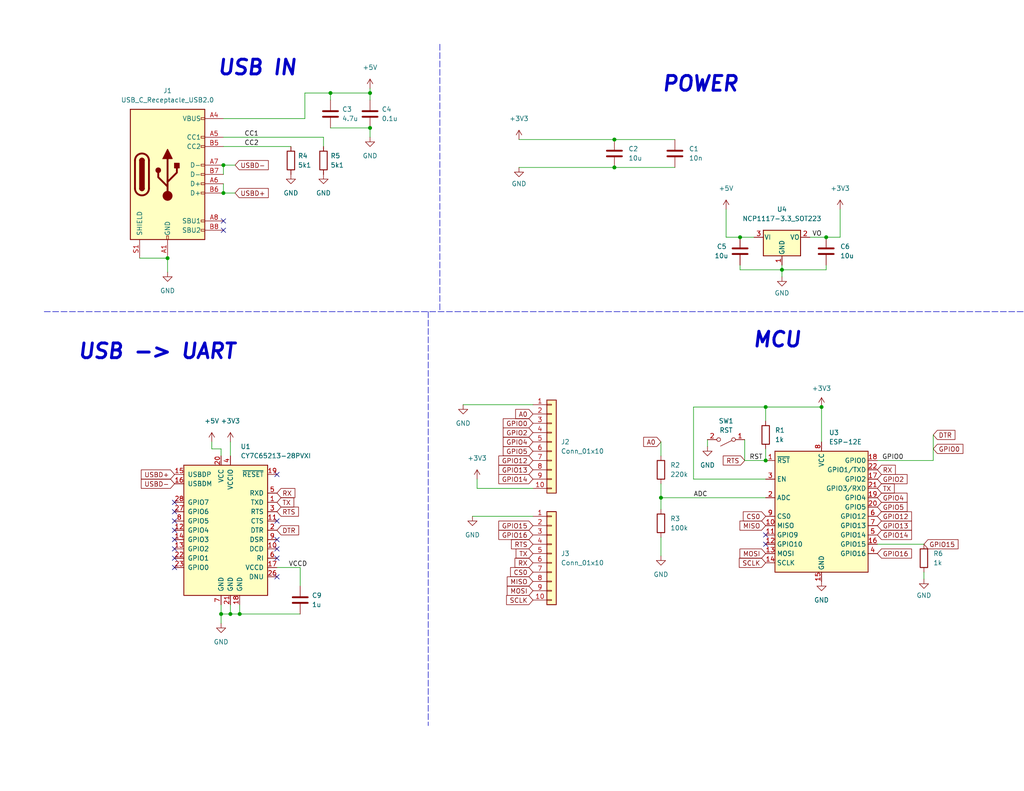
<source format=kicad_sch>
(kicad_sch (version 20211123) (generator eeschema)
  (paper "USLetter")
  (lib_symbols
    (symbol "Connector:USB_C_Receptacle_USB2.0" (pin_names (offset 1.016))
      (property "Reference" "J" (at -10.16 19.05 0))
      (property "Value" "USB_C_Receptacle_USB2.0" (at 19.05 19.05 0))
      (symbol "USB_C_Receptacle_USB2.0_0_0"
        (rectangle (start -0.254 -17.78) (end 0.254 -16.764))
        (rectangle (start 10.16 -14.986) (end 9.144 -15.494))
        (rectangle (start 10.16 -12.446) (end 9.144 -12.954))
        (rectangle (start 10.16 -4.826) (end 9.144 -5.334))
        (rectangle (start 10.16 -2.286) (end 9.144 -2.794))
        (rectangle (start 10.16 0.254) (end 9.144 -0.254))
        (rectangle (start 10.16 2.794) (end 9.144 2.286))
        (rectangle (start 10.16 7.874) (end 9.144 7.366))
        (rectangle (start 10.16 10.414) (end 9.144 9.906))
        (rectangle (start 10.16 15.494) (end 9.144 14.986))
      )
      (symbol "USB_C_Receptacle_USB2.0_0_1"
        (rectangle (start -10.16 17.78) (end 10.16 -17.78) (stroke (width 0.254)) (fill (type background)))
        (arc (start -8.89 -3.81) (mid -6.985 -5.715) (end -5.08 -3.81) (stroke (width 0.508)))
        (arc (start -7.62 -3.81) (mid -6.985 -4.445) (end -6.35 -3.81) (stroke (width 0.254)))
        (arc (start -7.62 -3.81) (mid -6.985 -4.445) (end -6.35 -3.81) (stroke (width 0.254)) (fill (type outline)))
        (rectangle (start -7.62 -3.81) (end -6.35 3.81) (stroke (width 0.254)) (fill (type outline)))
        (arc (start -6.35 3.81) (mid -6.985 4.445) (end -7.62 3.81) (stroke (width 0.254)))
        (arc (start -6.35 3.81) (mid -6.985 4.445) (end -7.62 3.81) (stroke (width 0.254)) (fill (type outline)))
        (arc (start -5.08 3.81) (mid -6.985 5.715) (end -8.89 3.81) (stroke (width 0.508)))
        (circle (center -2.54 1.143) (radius 0.635) (stroke (width 0.254)) (fill (type outline)))
        (circle (center 0 -5.842) (radius 1.27) (fill (type outline)))
        (polyline (pts (xy -8.89 -3.81) (xy -8.89 3.81)) (stroke (width 0.508)))
        (polyline (pts (xy -5.08 3.81) (xy -5.08 -3.81)) (stroke (width 0.508)))
        (polyline (pts (xy 0 -5.842) (xy 0 4.318)) (stroke (width 0.508)))
        (polyline (pts (xy 0 -3.302) (xy -2.54 -0.762) (xy -2.54 0.508)) (stroke (width 0.508)))
        (polyline (pts (xy 0 -2.032) (xy 2.54 0.508) (xy 2.54 1.778)) (stroke (width 0.508)))
        (polyline (pts (xy -1.27 4.318) (xy 0 6.858) (xy 1.27 4.318) (xy -1.27 4.318)) (stroke (width 0.254)) (fill (type outline)))
        (rectangle (start 1.905 1.778) (end 3.175 3.048) (stroke (width 0.254)) (fill (type outline)))
      )
      (symbol "USB_C_Receptacle_USB2.0_1_1"
        (pin passive line (at 0 -22.86 90) (length 5.08) (name "GND") (number "A1"))
        (pin passive line (at 0 -22.86 90) (length 5.08) hide (name "GND") (number "A12"))
        (pin passive line (at 15.24 15.24 180) (length 5.08) (name "VBUS") (number "A4"))
        (pin bidirectional line (at 15.24 10.16 180) (length 5.08) (name "CC1") (number "A5"))
        (pin bidirectional line (at 15.24 -2.54 180) (length 5.08) (name "D+") (number "A6"))
        (pin bidirectional line (at 15.24 2.54 180) (length 5.08) (name "D-") (number "A7"))
        (pin bidirectional line (at 15.24 -12.7 180) (length 5.08) (name "SBU1") (number "A8"))
        (pin passive line (at 15.24 15.24 180) (length 5.08) hide (name "VBUS") (number "A9"))
        (pin passive line (at 0 -22.86 90) (length 5.08) hide (name "GND") (number "B1"))
        (pin passive line (at 0 -22.86 90) (length 5.08) hide (name "GND") (number "B12"))
        (pin passive line (at 15.24 15.24 180) (length 5.08) hide (name "VBUS") (number "B4"))
        (pin bidirectional line (at 15.24 7.62 180) (length 5.08) (name "CC2") (number "B5"))
        (pin bidirectional line (at 15.24 -5.08 180) (length 5.08) (name "D+") (number "B6"))
        (pin bidirectional line (at 15.24 0 180) (length 5.08) (name "D-") (number "B7"))
        (pin bidirectional line (at 15.24 -15.24 180) (length 5.08) (name "SBU2") (number "B8"))
        (pin passive line (at 15.24 15.24 180) (length 5.08) hide (name "VBUS") (number "B9"))
        (pin passive line (at -7.62 -22.86 90) (length 5.08) (name "SHIELD") (number "S1"))
      )
    )
    (symbol "Connector_Generic:Conn_01x10" (pin_names (offset 1.016) hide)
      (property "Reference" "J" (at 0 12.7 0))
      (property "Value" "Conn_01x10" (at 0 -15.24 0))
      (symbol "Conn_01x10_1_1"
        (rectangle (start -1.27 -12.573) (end 0 -12.827) (stroke (width 0.1524)))
        (rectangle (start -1.27 -10.033) (end 0 -10.287) (stroke (width 0.1524)))
        (rectangle (start -1.27 -7.493) (end 0 -7.747) (stroke (width 0.1524)))
        (rectangle (start -1.27 -4.953) (end 0 -5.207) (stroke (width 0.1524)))
        (rectangle (start -1.27 -2.413) (end 0 -2.667) (stroke (width 0.1524)))
        (rectangle (start -1.27 0.127) (end 0 -0.127) (stroke (width 0.1524)))
        (rectangle (start -1.27 2.667) (end 0 2.413) (stroke (width 0.1524)))
        (rectangle (start -1.27 5.207) (end 0 4.953) (stroke (width 0.1524)))
        (rectangle (start -1.27 7.747) (end 0 7.493) (stroke (width 0.1524)))
        (rectangle (start -1.27 10.287) (end 0 10.033) (stroke (width 0.1524)))
        (rectangle (start -1.27 11.43) (end 1.27 -13.97) (stroke (width 0.254)) (fill (type background)))
        (pin passive line (at -5.08 10.16 0) (length 3.81) (name "Pin_1") (number "1"))
        (pin passive line (at -5.08 -12.7 0) (length 3.81) (name "Pin_10") (number "10"))
        (pin passive line (at -5.08 7.62 0) (length 3.81) (name "Pin_2") (number "2"))
        (pin passive line (at -5.08 5.08 0) (length 3.81) (name "Pin_3") (number "3"))
        (pin passive line (at -5.08 2.54 0) (length 3.81) (name "Pin_4") (number "4"))
        (pin passive line (at -5.08 0 0) (length 3.81) (name "Pin_5") (number "5"))
        (pin passive line (at -5.08 -2.54 0) (length 3.81) (name "Pin_6") (number "6"))
        (pin passive line (at -5.08 -5.08 0) (length 3.81) (name "Pin_7") (number "7"))
        (pin passive line (at -5.08 -7.62 0) (length 3.81) (name "Pin_8") (number "8"))
        (pin passive line (at -5.08 -10.16 0) (length 3.81) (name "Pin_9") (number "9"))
      )
    )
    (symbol "Device:C" (pin_numbers hide) (pin_names (offset 0.254))
      (property "Reference" "C" (at 0.635 2.54 0))
      (property "Value" "C" (at 0.635 -2.54 0))
      (symbol "C_0_1"
        (polyline (pts (xy -2.032 -0.762) (xy 2.032 -0.762)) (stroke (width 0.508)))
        (polyline (pts (xy -2.032 0.762) (xy 2.032 0.762)) (stroke (width 0.508)))
      )
      (symbol "C_1_1"
        (pin passive line (at 0 3.81 270) (length 2.794) (name "~") (number "1"))
        (pin passive line (at 0 -3.81 90) (length 2.794) (name "~") (number "2"))
      )
    )
    (symbol "Device:R" (pin_numbers hide) (pin_names (offset 0))
      (property "Reference" "R" (at 2.032 0 90))
      (property "Value" "R" (at 0 0 90))
      (symbol "R_0_1"
        (rectangle (start -1.016 -2.54) (end 1.016 2.54) (stroke (width 0.254)))
      )
      (symbol "R_1_1"
        (pin passive line (at 0 3.81 270) (length 1.27) (name "~") (number "1"))
        (pin passive line (at 0 -3.81 90) (length 1.27) (name "~") (number "2"))
      )
    )
    (symbol "Interface_USB:CY7C65213-28PVXI" (pin_names (offset 1.016))
      (property "Reference" "U" (at -8.89 19.05 0))
      (property "Value" "CY7C65213-28PVXI" (at 3.556 19.05 0))
      (symbol "CY7C65213-28PVXI_0_1"
        (rectangle (start -10.16 17.78) (end 12.7 -17.78) (stroke (width 0.254)) (fill (type background)))
      )
      (symbol "CY7C65213-28PVXI_1_1"
        (pin output line (at -12.7 7.62 0) (length 2.54) (name "TXD") (number "1"))
        (pin input line (at -12.7 -5.08 0) (length 2.54) (name "DCD") (number "10"))
        (pin input line (at -12.7 2.54 0) (length 2.54) (name "CTS") (number "11"))
        (pin bidirectional line (at 15.24 0 180) (length 2.54) (name "GPIO4") (number "12"))
        (pin tri_state line (at 15.24 -5.08 180) (length 2.54) (name "GPIO2") (number "13"))
        (pin bidirectional line (at 15.24 -2.54 180) (length 2.54) (name "GPIO3") (number "14"))
        (pin bidirectional line (at 15.24 15.24 180) (length 2.54) (name "USBDP") (number "15"))
        (pin bidirectional line (at 15.24 12.7 180) (length 2.54) (name "USBDM") (number "16"))
        (pin passive line (at -12.7 -10.16 0) (length 2.54) (name "VCCD") (number "17"))
        (pin power_in line (at -2.54 -20.32 90) (length 2.54) (name "GND") (number "18"))
        (pin bidirectional line (at -12.7 15.24 0) (length 2.54) (name "~{RESET}") (number "19"))
        (pin output line (at -12.7 0 0) (length 2.54) (name "DTR") (number "2"))
        (pin power_in line (at 2.54 20.32 270) (length 2.54) (name "VCC") (number "20"))
        (pin power_in line (at 0 -20.32 90) (length 2.54) (name "GND") (number "21"))
        (pin bidirectional line (at 15.24 -7.62 180) (length 2.54) (name "GPIO1") (number "22"))
        (pin bidirectional line (at 15.24 -10.16 180) (length 2.54) (name "GPIO0") (number "23"))
        (pin no_connect line (at 12.7 -15.24 180) (length 2.54) hide (name "NC") (number "24"))
        (pin no_connect line (at 12.7 -12.7 180) (length 2.54) hide (name "NC") (number "25"))
        (pin passive line (at -12.7 -12.7 0) (length 2.54) (name "DNU") (number "26"))
        (pin tri_state line (at 15.24 5.08 180) (length 2.54) (name "GPIO6") (number "27"))
        (pin tri_state line (at 15.24 7.62 180) (length 2.54) (name "GPIO7") (number "28"))
        (pin output line (at -12.7 5.08 0) (length 2.54) (name "RTS") (number "3"))
        (pin power_in line (at 0 20.32 270) (length 2.54) (name "VCCIO") (number "4"))
        (pin input line (at -12.7 10.16 0) (length 2.54) (name "RXD") (number "5"))
        (pin input line (at -12.7 -7.62 0) (length 2.54) (name "RI") (number "6"))
        (pin power_in line (at 2.54 -20.32 90) (length 2.54) (name "GND") (number "7"))
        (pin tri_state line (at 15.24 2.54 180) (length 2.54) (name "GPIO5") (number "8"))
        (pin input line (at -12.7 -2.54 0) (length 2.54) (name "DSR") (number "9"))
      )
    )
    (symbol "RF_Module:ESP-12E"
      (property "Reference" "U" (at -12.7 19.05 0))
      (property "Value" "ESP-12E" (at 12.7 19.05 0))
      (symbol "ESP-12E_0_1"
        (rectangle (start -12.7 17.78) (end 12.7 -15.24) (stroke (width 0.254)) (fill (type background)))
      )
      (symbol "ESP-12E_1_1"
        (pin input line (at -15.24 15.24 0) (length 2.54) (name "~{RST}") (number "1"))
        (pin bidirectional line (at -15.24 -2.54 0) (length 2.54) (name "MISO") (number "10"))
        (pin bidirectional line (at -15.24 -5.08 0) (length 2.54) (name "GPIO9") (number "11"))
        (pin bidirectional line (at -15.24 -7.62 0) (length 2.54) (name "GPIO10") (number "12"))
        (pin bidirectional line (at -15.24 -10.16 0) (length 2.54) (name "MOSI") (number "13"))
        (pin bidirectional line (at -15.24 -12.7 0) (length 2.54) (name "SCLK") (number "14"))
        (pin power_in line (at 0 -17.78 90) (length 2.54) (name "GND") (number "15"))
        (pin bidirectional line (at 15.24 -7.62 180) (length 2.54) (name "GPIO15") (number "16"))
        (pin bidirectional line (at 15.24 10.16 180) (length 2.54) (name "GPIO2") (number "17"))
        (pin bidirectional line (at 15.24 15.24 180) (length 2.54) (name "GPIO0") (number "18"))
        (pin bidirectional line (at 15.24 5.08 180) (length 2.54) (name "GPIO4") (number "19"))
        (pin input line (at -15.24 5.08 0) (length 2.54) (name "ADC") (number "2"))
        (pin bidirectional line (at 15.24 2.54 180) (length 2.54) (name "GPIO5") (number "20"))
        (pin bidirectional line (at 15.24 7.62 180) (length 2.54) (name "GPIO3/RXD") (number "21"))
        (pin bidirectional line (at 15.24 12.7 180) (length 2.54) (name "GPIO1/TXD") (number "22"))
        (pin input line (at -15.24 10.16 0) (length 2.54) (name "EN") (number "3"))
        (pin bidirectional line (at 15.24 -10.16 180) (length 2.54) (name "GPIO16") (number "4"))
        (pin bidirectional line (at 15.24 -5.08 180) (length 2.54) (name "GPIO14") (number "5"))
        (pin bidirectional line (at 15.24 0 180) (length 2.54) (name "GPIO12") (number "6"))
        (pin bidirectional line (at 15.24 -2.54 180) (length 2.54) (name "GPIO13") (number "7"))
        (pin power_in line (at 0 20.32 270) (length 2.54) (name "VCC") (number "8"))
        (pin input line (at -15.24 0 0) (length 2.54) (name "CS0") (number "9"))
      )
    )
    (symbol "Regulator_Linear:NCP1117-3.3_SOT223" (pin_names (offset 0.254))
      (property "Reference" "U" (at -3.81 3.175 0))
      (property "Value" "NCP1117-3.3_SOT223" (at 0 3.175 0))
      (symbol "NCP1117-3.3_SOT223_0_1"
        (rectangle (start -5.08 -5.08) (end 5.08 1.905) (stroke (width 0.254)) (fill (type background)))
      )
      (symbol "NCP1117-3.3_SOT223_1_1"
        (pin power_in line (at 0 -7.62 90) (length 2.54) (name "GND") (number "1"))
        (pin power_out line (at 7.62 0 180) (length 2.54) (name "VO") (number "2"))
        (pin power_in line (at -7.62 0 0) (length 2.54) (name "VI") (number "3"))
      )
    )
    (symbol "Switch:SW_SPST" (pin_names (offset 0) hide)
      (property "Reference" "SW" (at 0 3.175 0))
      (property "Value" "SW_SPST" (at 0 -2.54 0))
      (symbol "SW_SPST_0_0"
        (circle (center -2.032 0) (radius 0.508))
        (polyline (pts (xy -1.524 0.254) (xy 1.524 1.778)))
        (circle (center 2.032 0) (radius 0.508))
      )
      (symbol "SW_SPST_1_1"
        (pin passive line (at -5.08 0 0) (length 2.54) (name "A") (number "1"))
        (pin passive line (at 5.08 0 180) (length 2.54) (name "B") (number "2"))
      )
    )
    (symbol "power:+3V3" (power) (pin_names (offset 0))
      (property "Value" "+3V3" (at 0 3.556 0))
      (symbol "+3V3_0_1"
        (polyline (pts (xy -0.762 1.27) (xy 0 2.54)))
        (polyline (pts (xy 0 0) (xy 0 2.54)))
        (polyline (pts (xy 0 2.54) (xy 0.762 1.27)))
      )
      (symbol "+3V3_1_1"
        (pin power_in line (at 0 0 90) (length 0) hide (name "+3V3") (number "1"))
      )
    )
    (symbol "power:+5V" (power) (pin_names (offset 0))
      (property "Value" "+5V" (at 0 3.556 0))
      (symbol "+5V_0_1"
        (polyline (pts (xy -0.762 1.27) (xy 0 2.54)))
        (polyline (pts (xy 0 0) (xy 0 2.54)))
        (polyline (pts (xy 0 2.54) (xy 0.762 1.27)))
      )
      (symbol "+5V_1_1"
        (pin power_in line (at 0 0 90) (length 0) hide (name "+5V") (number "1"))
      )
    )
    (symbol "power:GND" (power) (pin_names (offset 0))
      (property "Value" "GND" (at 0 -3.81 0))
      (symbol "GND_0_1"
        (polyline (pts (xy 0 0) (xy 0 -1.27) (xy 1.27 -1.27) (xy 0 -2.54) (xy -1.27 -1.27) (xy 0 -1.27)))
      )
      (symbol "GND_1_1"
        (pin power_in line (at 0 0 270) (length 0) hide (name "GND") (number "1"))
      )
    )
  )
  (junction (at 90.17 25.4))
  (junction (at 224.155 111.125))
  (junction (at 100.965 34.925))
  (junction (at 65.405 167.64))
  (junction (at 213.36 73.66))
  (junction (at 60.96 52.705))
  (junction (at 60.325 167.64))
  (junction (at 208.915 111.125))
  (junction (at 167.64 45.72))
  (junction (at 60.96 45.085))
  (junction (at 180.34 135.89))
  (junction (at 45.72 70.485))
  (junction (at 225.425 64.77))
  (junction (at 208.915 125.73))
  (junction (at 201.93 64.77))
  (junction (at 62.865 167.64))
  (junction (at 100.965 25.4))
  (junction (at 167.64 38.1))
  (no_connect (at 75.565 157.48))
  (no_connect (at 47.625 147.32))
  (no_connect (at 75.565 149.86))
  (no_connect (at 75.565 142.24))
  (no_connect (at 47.625 152.4))
  (no_connect (at 47.625 142.24))
  (no_connect (at 75.565 129.54))
  (no_connect (at 60.96 60.325))
  (no_connect (at 47.625 137.16))
  (no_connect (at 75.565 152.4))
  (no_connect (at 47.625 139.7))
  (no_connect (at 208.915 146.05))
  (no_connect (at 208.915 148.59))
  (no_connect (at 47.625 144.78))
  (no_connect (at 47.625 154.94))
  (no_connect (at 60.96 62.865))
  (no_connect (at 47.625 149.86))
  (no_connect (at 75.565 147.32))
  (wire (pts (xy 225.425 72.39) (xy 225.425 73.66)))
  (wire (pts (xy 60.325 122.555) (xy 57.785 122.555)))
  (wire (pts (xy 167.64 45.72) (xy 184.15 45.72)))
  (wire (pts (xy 180.34 135.89) (xy 208.915 135.89)))
  (wire (pts (xy 62.865 120.65) (xy 62.865 124.46)))
  (wire (pts (xy 60.96 37.465) (xy 88.265 37.465)))
  (wire (pts (xy 180.34 120.65) (xy 180.34 124.46)))
  (wire (pts (xy 90.17 25.4) (xy 100.965 25.4)))
  (wire (pts (xy 88.265 37.465) (xy 88.265 40.005)))
  (wire (pts (xy 60.96 32.385) (xy 83.185 32.385)))
  (wire (pts (xy 189.23 130.81) (xy 189.23 111.125)))
  (wire (pts (xy 203.2 120.015) (xy 203.2 125.73)))
  (wire (pts (xy 213.36 73.66) (xy 225.425 73.66)))
  (wire (pts (xy 90.17 25.4) (xy 90.17 27.305)))
  (wire (pts (xy 60.96 45.085) (xy 64.135 45.085)))
  (wire (pts (xy 220.98 64.77) (xy 225.425 64.77)))
  (wire (pts (xy 83.185 25.4) (xy 90.17 25.4)))
  (wire (pts (xy 128.905 140.97) (xy 145.415 140.97)))
  (wire (pts (xy 57.785 122.555) (xy 57.785 120.65)))
  (wire (pts (xy 62.865 165.1) (xy 62.865 167.64)))
  (wire (pts (xy 208.915 111.125) (xy 208.915 114.935)))
  (wire (pts (xy 239.395 148.59) (xy 252.095 148.59)))
  (wire (pts (xy 201.93 73.66) (xy 213.36 73.66)))
  (wire (pts (xy 126.365 110.49) (xy 145.415 110.49)))
  (wire (pts (xy 225.425 64.77) (xy 229.235 64.77)))
  (wire (pts (xy 189.23 130.81) (xy 208.915 130.81)))
  (wire (pts (xy 193.04 120.015) (xy 193.04 121.92)))
  (wire (pts (xy 60.325 124.46) (xy 60.325 122.555)))
  (wire (pts (xy 213.36 72.39) (xy 213.36 73.66)))
  (polyline (pts (xy 12.065 85.09) (xy 208.915 85.09)))
  (wire (pts (xy 60.325 165.1) (xy 60.325 167.64)))
  (wire (pts (xy 62.865 167.64) (xy 60.325 167.64)))
  (wire (pts (xy 208.915 111.125) (xy 224.155 111.125)))
  (polyline (pts (xy 208.915 85.09) (xy 285.115 85.09)))
  (wire (pts (xy 180.34 132.08) (xy 180.34 135.89)))
  (wire (pts (xy 81.915 154.94) (xy 75.565 154.94)))
  (wire (pts (xy 38.1 70.485) (xy 45.72 70.485)))
  (wire (pts (xy 213.36 73.66) (xy 213.36 75.565)))
  (wire (pts (xy 208.915 122.555) (xy 208.915 125.73)))
  (wire (pts (xy 198.12 64.77) (xy 198.12 57.15)))
  (wire (pts (xy 141.605 38.1) (xy 167.64 38.1)))
  (wire (pts (xy 130.175 133.35) (xy 130.175 130.81)))
  (wire (pts (xy 60.96 50.165) (xy 60.96 52.705)))
  (wire (pts (xy 60.96 52.705) (xy 64.135 52.705)))
  (wire (pts (xy 141.605 45.72) (xy 167.64 45.72)))
  (wire (pts (xy 45.72 70.485) (xy 45.72 74.295)))
  (wire (pts (xy 254.635 125.73) (xy 254.635 118.745)))
  (wire (pts (xy 239.395 125.73) (xy 254.635 125.73)))
  (wire (pts (xy 90.17 34.925) (xy 100.965 34.925)))
  (wire (pts (xy 81.915 160.02) (xy 81.915 154.94)))
  (wire (pts (xy 167.64 38.1) (xy 184.15 38.1)))
  (wire (pts (xy 203.2 125.73) (xy 208.915 125.73)))
  (wire (pts (xy 65.405 165.1) (xy 65.405 167.64)))
  (wire (pts (xy 83.185 32.385) (xy 83.185 25.4)))
  (wire (pts (xy 201.93 72.39) (xy 201.93 73.66)))
  (wire (pts (xy 229.235 64.77) (xy 229.235 57.15)))
  (polyline (pts (xy 116.84 85.09) (xy 116.84 198.12)))
  (wire (pts (xy 65.405 167.64) (xy 62.865 167.64)))
  (wire (pts (xy 180.34 146.685) (xy 180.34 151.765)))
  (wire (pts (xy 100.965 34.925) (xy 100.965 37.465)))
  (polyline (pts (xy 120.015 12.065) (xy 120.015 85.09)))
  (wire (pts (xy 201.93 64.77) (xy 198.12 64.77)))
  (wire (pts (xy 60.325 167.64) (xy 60.325 170.18)))
  (wire (pts (xy 65.405 167.64) (xy 81.915 167.64)))
  (wire (pts (xy 180.34 135.89) (xy 180.34 139.065)))
  (wire (pts (xy 130.175 133.35) (xy 145.415 133.35)))
  (wire (pts (xy 60.96 40.005) (xy 79.375 40.005)))
  (wire (pts (xy 100.965 25.4) (xy 100.965 27.305)))
  (wire (pts (xy 224.155 111.125) (xy 224.155 120.65)))
  (wire (pts (xy 100.965 24.13) (xy 100.965 25.4)))
  (wire (pts (xy 189.23 111.125) (xy 208.915 111.125)))
  (wire (pts (xy 205.74 64.77) (xy 201.93 64.77)))
  (wire (pts (xy 252.095 156.21) (xy 252.095 158.115)))
  (wire (pts (xy 60.96 45.085) (xy 60.96 47.625)))
  (text "USB IN" (at 59.055 20.955 0) (effects (font (size 4 4) (thickness 0.8) bold italic) (justify left bottom)))
  (text "MCU" (at 205.105 95.25 0) (effects (font (size 4 4) (thickness 0.8) bold italic) (justify left bottom)))
  (text "POWER" (at 180.34 25.4 0) (effects (font (size 4 4) (thickness 0.8) bold italic) (justify left bottom)))
  (text "USB -> UART" (at 20.955 98.425 0) (effects (font (size 4 4) (thickness 0.8) bold italic) (justify left bottom)))
  (label "CC1" (at 66.675 37.465 0))
  (label "VO" (at 221.615 64.77 0))
  (label "RST" (at 204.47 125.73 0))
  (label "GPIO0" (at 240.665 125.73 0))
  (label "ADC" (at 189.23 135.89 0))
  (label "CC2" (at 66.675 40.005 0))
  (label "VCCD" (at 78.74 154.94 0))
  (global_label "RTS" (shape input) (at 145.415 148.59 180) (property "Intersheet References" "${INTERSHEET_REFS}" (effects hide)))
  (global_label "DTR" (shape input) (at 254.635 118.745 0) (property "Intersheet References" "${INTERSHEET_REFS}" (effects hide)))
  (global_label "GPIO13" (shape input) (at 145.415 128.27 180) (property "Intersheet References" "${INTERSHEET_REFS}" (effects hide)))
  (global_label "TX" (shape input) (at 75.565 137.16 0) (property "Intersheet References" "${INTERSHEET_REFS}" (effects hide)))
  (global_label "GPIO16" (shape input) (at 239.395 151.13 0) (property "Intersheet References" "${INTERSHEET_REFS}" (effects hide)))
  (global_label "MOSI" (shape input) (at 208.915 151.13 180) (property "Intersheet References" "${INTERSHEET_REFS}" (effects hide)))
  (global_label "CS0" (shape input) (at 208.915 140.97 180) (property "Intersheet References" "${INTERSHEET_REFS}" (effects hide)))
  (global_label "GPIO14" (shape input) (at 239.395 146.05 0) (property "Intersheet References" "${INTERSHEET_REFS}" (effects hide)))
  (global_label "A0" (shape input) (at 180.34 120.65 180) (property "Intersheet References" "${INTERSHEET_REFS}" (effects hide)))
  (global_label "GPIO13" (shape input) (at 239.395 143.51 0) (property "Intersheet References" "${INTERSHEET_REFS}" (effects hide)))
  (global_label "RX" (shape input) (at 239.395 128.27 0) (property "Intersheet References" "${INTERSHEET_REFS}" (effects hide)))
  (global_label "USBD+" (shape input) (at 64.135 52.705 0) (property "Intersheet References" "${INTERSHEET_REFS}" (effects hide)))
  (global_label "RX" (shape input) (at 145.415 153.67 180) (property "Intersheet References" "${INTERSHEET_REFS}" (effects hide)))
  (global_label "GPIO2" (shape input) (at 239.395 130.81 0) (property "Intersheet References" "${INTERSHEET_REFS}" (effects hide)))
  (global_label "GPIO15" (shape input) (at 252.095 148.59 0) (property "Intersheet References" "${INTERSHEET_REFS}" (effects hide)))
  (global_label "GPIO0" (shape input) (at 145.415 115.57 180) (property "Intersheet References" "${INTERSHEET_REFS}" (effects hide)))
  (global_label "GPIO5" (shape input) (at 145.415 123.19 180) (property "Intersheet References" "${INTERSHEET_REFS}" (effects hide)))
  (global_label "SCLK" (shape input) (at 208.915 153.67 180) (property "Intersheet References" "${INTERSHEET_REFS}" (effects hide)))
  (global_label "GPIO5" (shape input) (at 239.395 138.43 0) (property "Intersheet References" "${INTERSHEET_REFS}" (effects hide)))
  (global_label "USBD-" (shape input) (at 47.625 132.08 180) (property "Intersheet References" "${INTERSHEET_REFS}" (effects hide)))
  (global_label "SCLK" (shape input) (at 145.415 163.83 180) (property "Intersheet References" "${INTERSHEET_REFS}" (effects hide)))
  (global_label "GPIO12" (shape input) (at 145.415 125.73 180) (property "Intersheet References" "${INTERSHEET_REFS}" (effects hide)))
  (global_label "USBD-" (shape input) (at 64.135 45.085 0) (property "Intersheet References" "${INTERSHEET_REFS}" (effects hide)))
  (global_label "TX" (shape input) (at 239.395 133.35 0) (property "Intersheet References" "${INTERSHEET_REFS}" (effects hide)))
  (global_label "GPIO4" (shape input) (at 239.395 135.89 0) (property "Intersheet References" "${INTERSHEET_REFS}" (effects hide)))
  (global_label "GPIO0" (shape input) (at 254.635 122.555 0) (property "Intersheet References" "${INTERSHEET_REFS}" (effects hide)))
  (global_label "DTR" (shape input) (at 75.565 144.78 0) (property "Intersheet References" "${INTERSHEET_REFS}" (effects hide)))
  (global_label "RTS" (shape input) (at 203.2 125.73 180) (property "Intersheet References" "${INTERSHEET_REFS}" (effects hide)))
  (global_label "RTS" (shape input) (at 75.565 139.7 0) (property "Intersheet References" "${INTERSHEET_REFS}" (effects hide)))
  (global_label "GPIO12" (shape input) (at 239.395 140.97 0) (property "Intersheet References" "${INTERSHEET_REFS}" (effects hide)))
  (global_label "GPIO15" (shape input) (at 145.415 143.51 180) (property "Intersheet References" "${INTERSHEET_REFS}" (effects hide)))
  (global_label "GPIO4" (shape input) (at 145.415 120.65 180) (property "Intersheet References" "${INTERSHEET_REFS}" (effects hide)))
  (global_label "TX" (shape input) (at 145.415 151.13 180) (property "Intersheet References" "${INTERSHEET_REFS}" (effects hide)))
  (global_label "GPIO2" (shape input) (at 145.415 118.11 180) (property "Intersheet References" "${INTERSHEET_REFS}" (effects hide)))
  (global_label "RX" (shape input) (at 75.565 134.62 0) (property "Intersheet References" "${INTERSHEET_REFS}" (effects hide)))
  (global_label "GPIO16" (shape input) (at 145.415 146.05 180) (property "Intersheet References" "${INTERSHEET_REFS}" (effects hide)))
  (global_label "USBD+" (shape input) (at 47.625 129.54 180) (property "Intersheet References" "${INTERSHEET_REFS}" (effects hide)))
  (global_label "MISO" (shape input) (at 145.415 158.75 180) (property "Intersheet References" "${INTERSHEET_REFS}" (effects hide)))
  (global_label "MISO" (shape input) (at 208.915 143.51 180) (property "Intersheet References" "${INTERSHEET_REFS}" (effects hide)))
  (global_label "GPIO14" (shape input) (at 145.415 130.81 180) (property "Intersheet References" "${INTERSHEET_REFS}" (effects hide)))
  (global_label "CS0" (shape input) (at 145.415 156.21 180) (property "Intersheet References" "${INTERSHEET_REFS}" (effects hide)))
  (global_label "MOSI" (shape input) (at 145.415 161.29 180) (property "Intersheet References" "${INTERSHEET_REFS}" (effects hide)))
  (global_label "A0" (shape input) (at 145.415 113.03 180) (property "Intersheet References" "${INTERSHEET_REFS}" (effects hide)))
  (symbol (lib_id "Device:C") (at 184.15 41.91 0) (unit 1)
    (property "Reference" "C1" (at 187.96 40.6399 0) (effects (justify left)))
    (property "Value" "10n" (at 187.96 43.1799 0) (effects (justify left)))
    (property "Footprint" "Capacitor_SMD:C_0402_1005Metric" (effects hide))
  )
  (symbol (lib_id "Device:R") (at 180.34 142.875 0) (unit 1)
    (property "Reference" "R3" (at 182.88 141.6049 0) (effects (justify left)))
    (property "Value" "100k" (at 182.88 144.1449 0) (effects (justify left)))
    (property "Footprint" "Resistor_SMD:R_0402_1005Metric" (effects hide))
  )
  (symbol (lib_id "Device:R") (at 208.915 118.745 0) (unit 1)
    (property "Reference" "R1" (at 211.455 117.4749 0) (effects (justify left)))
    (property "Value" "1k" (at 211.455 120.0149 0) (effects (justify left)))
    (property "Footprint" "Resistor_SMD:R_0402_1005Metric" (effects hide))
  )
  (symbol (lib_id "power:+5V") (at 100.965 24.13 0) (unit 1)
    (property "Reference" "#PWR03" (effects hide))
    (property "Value" "+5V" (at 100.965 18.415 0))
  )
  (symbol (lib_id "Connector_Generic:Conn_01x10") (at 150.495 120.65 0) (unit 1)
    (property "Reference" "J2" (at 153.035 120.6499 0) (effects (justify left)))
    (property "Value" "Conn_01x10" (at 153.035 123.1899 0) (effects (justify left)))
    (property "Footprint" "Connector_PinHeader_2.54mm:PinHeader_1x10_P2.54mm_Vertical" (effects hide))
  )
  (symbol (lib_id "RF_Module:ESP-12E") (at 224.155 140.97 0) (unit 1)
    (property "Reference" "U3" (at 226.1744 118.11 0) (effects (justify left)))
    (property "Value" "ESP-12E" (at 226.1744 120.65 0) (effects (justify left)))
    (property "Footprint" "RF_Module:ESP-12E" (effects hide))
    (property "Datasheet" "http://wiki.ai-thinker.com/_media/esp8266/esp8266_series_modules_user_manual_v1.1.pdf" (effects hide))
  )
  (symbol (lib_id "power:GND") (at 100.965 37.465 0) (unit 1)
    (property "Reference" "#PWR08" (effects hide))
    (property "Value" "GND" (at 100.965 42.545 0))
  )
  (symbol (lib_id "Device:C") (at 167.64 41.91 0) (unit 1)
    (property "Reference" "C2" (at 171.45 40.6399 0) (effects (justify left)))
    (property "Value" "10u" (at 171.45 43.1799 0) (effects (justify left)))
    (property "Footprint" "Capacitor_SMD:C_0402_1005Metric" (effects hide))
  )
  (symbol (lib_id "Connector_Generic:Conn_01x10") (at 150.495 151.13 0) (unit 1)
    (property "Reference" "J3" (at 153.035 151.1299 0) (effects (justify left)))
    (property "Value" "Conn_01x10" (at 153.035 153.6699 0) (effects (justify left)))
    (property "Footprint" "Connector_PinHeader_2.54mm:PinHeader_1x10_P2.54mm_Vertical" (effects hide))
  )
  (symbol (lib_id "power:GND") (at 193.04 121.92 0) (unit 1)
    (property "Reference" "#PWR06" (effects hide))
    (property "Value" "GND" (at 193.04 127 0))
  )
  (symbol (lib_id "power:GND") (at 141.605 45.72 0) (unit 1)
    (property "Reference" "#PWR0101" (effects hide))
    (property "Value" "GND" (at 141.605 50.165 0))
  )
  (symbol (lib_id "Interface_USB:CY7C65213-28PVXI") (at 62.865 144.78 0) (mirror y) (unit 1)
    (property "Reference" "U1" (at 65.6337 121.92 0) (effects (justify right)))
    (property "Value" "CY7C65213-28PVXI" (at 65.6337 124.46 0) (effects (justify right)))
    (property "Footprint" "Package_SO:SSOP-28_5.3x10.2mm_P0.65mm" (effects hide))
    (property "Datasheet" "http://www.cypress.com/file/139881/download" (effects hide))
  )
  (symbol (lib_id "power:GND") (at 213.36 75.565 0) (unit 1)
    (property "Reference" "#PWR0105" (effects hide))
    (property "Value" "GND" (at 213.36 80.01 0))
  )
  (symbol (lib_id "power:GND") (at 60.325 170.18 0) (unit 1)
    (property "Reference" "#PWR02" (effects hide))
    (property "Value" "GND" (at 60.325 175.26 0))
  )
  (symbol (lib_id "power:GND") (at 128.905 140.97 0) (unit 1)
    (property "Reference" "#PWR015" (effects hide))
    (property "Value" "GND" (at 128.905 146.05 0))
  )
  (symbol (lib_id "Device:R") (at 88.265 43.815 0) (unit 1)
    (property "Reference" "R5" (at 90.17 42.5449 0) (effects (justify left)))
    (property "Value" "5k1" (at 90.17 45.0849 0) (effects (justify left)))
    (property "Footprint" "Resistor_SMD:R_0402_1005Metric" (effects hide))
  )
  (symbol (lib_id "Regulator_Linear:NCP1117-3.3_SOT223") (at 213.36 64.77 0) (unit 1)
    (property "Reference" "U4" (at 213.36 57.15 0))
    (property "Value" "NCP1117-3.3_SOT223" (at 213.36 59.69 0))
    (property "Footprint" "Package_TO_SOT_SMD:SOT-223-3_TabPin2" (effects hide))
    (property "Datasheet" "http://www.onsemi.com/pub_link/Collateral/NCP1117-D.PDF" (effects hide))
  )
  (symbol (lib_id "power:+3V3") (at 224.155 111.125 0) (unit 1)
    (property "Reference" "#PWR05" (effects hide))
    (property "Value" "+3V3" (at 224.155 106.045 0))
  )
  (symbol (lib_id "power:GND") (at 252.095 158.115 0) (unit 1)
    (property "Reference" "#PWR04" (effects hide))
    (property "Value" "GND" (at 252.095 162.56 0))
  )
  (symbol (lib_id "power:+5V") (at 198.12 57.15 0) (unit 1)
    (property "Reference" "#PWR0103" (effects hide))
    (property "Value" "+5V" (at 198.12 51.435 0))
  )
  (symbol (lib_id "Device:C") (at 201.93 68.58 0) (unit 1)
    (property "Reference" "C5" (at 195.58 67.31 0) (effects (justify left)))
    (property "Value" "10u" (at 194.945 69.85 0) (effects (justify left)))
    (property "Footprint" "Capacitor_SMD:C_0402_1005Metric" (effects hide))
  )
  (symbol (lib_id "Switch:SW_SPST") (at 198.12 120.015 180) (unit 1)
    (property "Reference" "SW1" (at 198.12 114.935 0))
    (property "Value" "RST" (at 198.12 117.475 0))
    (property "Footprint" "Button_Switch_SMD:SW_SPST_B3U-1100P" (effects hide))
  )
  (symbol (lib_id "Device:R") (at 180.34 128.27 0) (unit 1)
    (property "Reference" "R2" (at 182.88 126.9999 0) (effects (justify left)))
    (property "Value" "220k" (at 182.88 129.5399 0) (effects (justify left)))
    (property "Footprint" "Resistor_SMD:R_0402_1005Metric" (effects hide))
  )
  (symbol (lib_id "power:GND") (at 180.34 151.765 0) (unit 1)
    (property "Reference" "#PWR011" (effects hide))
    (property "Value" "GND" (at 180.34 156.845 0))
  )
  (symbol (lib_id "Device:C") (at 90.17 31.115 0) (unit 1)
    (property "Reference" "C3" (at 93.345 29.8449 0) (effects (justify left)))
    (property "Value" "4.7u" (at 93.345 32.3849 0) (effects (justify left)))
    (property "Footprint" "Capacitor_SMD:C_0402_1005Metric" (effects hide))
  )
  (symbol (lib_id "power:+5V") (at 57.785 120.65 0) (unit 1)
    (property "Reference" "#PWR0107" (effects hide))
    (property "Value" "+5V" (at 57.785 114.935 0))
  )
  (symbol (lib_id "Device:C") (at 225.425 68.58 0) (unit 1)
    (property "Reference" "C6" (at 229.235 67.3099 0) (effects (justify left)))
    (property "Value" "10u" (at 229.235 69.8499 0) (effects (justify left)))
    (property "Footprint" "Capacitor_SMD:C_0402_1005Metric" (effects hide))
  )
  (symbol (lib_id "power:GND") (at 45.72 74.295 0) (unit 1)
    (property "Reference" "#PWR01" (effects hide))
    (property "Value" "GND" (at 45.72 79.375 0))
  )
  (symbol (lib_id "power:GND") (at 88.265 47.625 0) (unit 1)
    (property "Reference" "#PWR010" (effects hide))
    (property "Value" "GND" (at 88.265 52.705 0))
  )
  (symbol (lib_id "power:GND") (at 79.375 47.625 0) (unit 1)
    (property "Reference" "#PWR09" (effects hide))
    (property "Value" "GND" (at 79.375 52.705 0))
  )
  (symbol (lib_id "power:GND") (at 126.365 110.49 0) (unit 1)
    (property "Reference" "#PWR014" (effects hide))
    (property "Value" "GND" (at 126.365 115.57 0))
  )
  (symbol (lib_id "Device:R") (at 79.375 43.815 0) (unit 1)
    (property "Reference" "R4" (at 81.28 42.5449 0) (effects (justify left)))
    (property "Value" "5k1" (at 81.28 45.0849 0) (effects (justify left)))
    (property "Footprint" "Resistor_SMD:R_0402_1005Metric" (effects hide))
  )
  (symbol (lib_id "power:+3V3") (at 141.605 38.1 0) (unit 1)
    (property "Reference" "#PWR0102" (effects hide))
    (property "Value" "+3V3" (at 141.605 32.385 0))
  )
  (symbol (lib_id "power:+3V3") (at 229.235 57.15 0) (unit 1)
    (property "Reference" "#PWR0104" (effects hide))
    (property "Value" "+3V3" (at 229.235 51.435 0))
  )
  (symbol (lib_id "Device:C") (at 81.915 163.83 0) (unit 1)
    (property "Reference" "C9" (at 85.09 162.5599 0) (effects (justify left)))
    (property "Value" "1u" (at 85.09 165.0999 0) (effects (justify left)))
    (property "Footprint" "Capacitor_SMD:C_0402_1005Metric" (effects hide))
  )
  (symbol (lib_id "power:GND") (at 224.155 158.75 0) (unit 1)
    (property "Reference" "#PWR07" (effects hide))
    (property "Value" "GND" (at 224.155 163.83 0))
  )
  (symbol (lib_id "power:+3V3") (at 62.865 120.65 0) (unit 1)
    (property "Reference" "#PWR020" (effects hide))
    (property "Value" "+3V3" (at 62.865 114.935 0))
  )
  (symbol (lib_id "Device:C") (at 100.965 31.115 0) (unit 1)
    (property "Reference" "C4" (at 104.14 29.8449 0) (effects (justify left)))
    (property "Value" "0.1u" (at 104.14 32.3849 0) (effects (justify left)))
    (property "Footprint" "Capacitor_SMD:C_0402_1005Metric" (effects hide))
  )
  (symbol (lib_id "Device:R") (at 252.095 152.4 0) (unit 1)
    (property "Reference" "R6" (at 254.635 151.1299 0) (effects (justify left)))
    (property "Value" "1k" (at 254.635 153.6699 0) (effects (justify left)))
    (property "Footprint" "Resistor_SMD:R_0402_1005Metric" (effects hide))
  )
  (symbol (lib_id "Connector:USB_C_Receptacle_USB2.0") (at 45.72 47.625 0) (unit 1)
    (property "Reference" "J1" (at 45.72 24.765 0))
    (property "Value" "USB_C_Receptacle_USB2.0" (at 45.72 27.305 0))
    (property "Footprint" "Connector_USB:USB_C_Receptacle_JAE_DX07S016JA1R1500" (effects hide))
    (property "Datasheet" "https://www.usb.org/sites/default/files/documents/usb_type-c.zip" (effects hide))
  )
  (symbol (lib_id "power:+3V3") (at 130.175 130.81 0) (unit 1)
    (property "Reference" "#PWR013" (effects hide))
    (property "Value" "+3V3" (at 130.175 125.095 0))
  )
)
</source>
